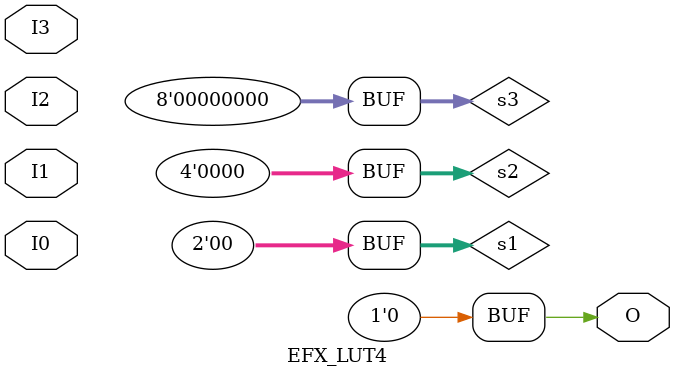
<source format=v>
module EFX_LUT4(
   output O, 
   input I0,
   input I1,
   input I2,
   input I3
);
	parameter LUTMASK = 16'h0000;
	wire [7:0] s3 = I3 ? LUTMASK[15:8] : LUTMASK[7:0];
	wire [3:0] s2 = I2 ?      s3[ 7:4] :      s3[3:0];
	wire [1:0] s1 = I1 ?      s2[ 3:2] :      s2[1:0];
	assign O = I0 ? s1[1] : s1[0];	   
endmodule
</source>
